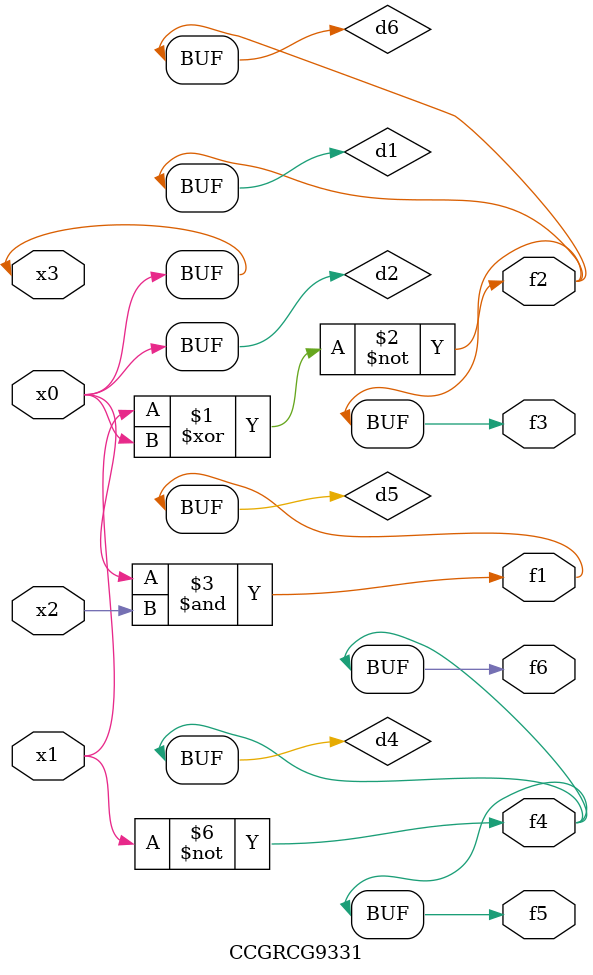
<source format=v>
module CCGRCG9331(
	input x0, x1, x2, x3,
	output f1, f2, f3, f4, f5, f6
);

	wire d1, d2, d3, d4, d5, d6;

	xnor (d1, x1, x3);
	buf (d2, x0, x3);
	nand (d3, x0, x2);
	not (d4, x1);
	nand (d5, d3);
	or (d6, d1);
	assign f1 = d5;
	assign f2 = d6;
	assign f3 = d6;
	assign f4 = d4;
	assign f5 = d4;
	assign f6 = d4;
endmodule

</source>
